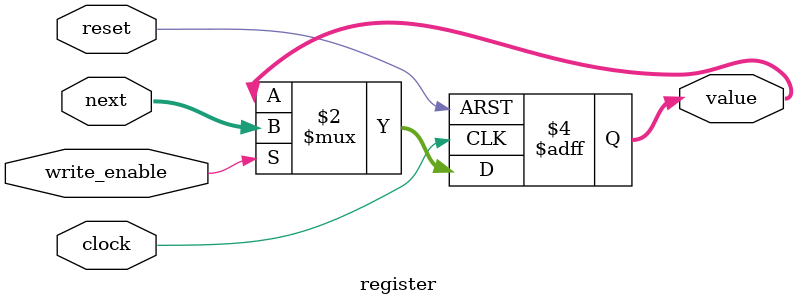
<source format=sv>

`include "config.sv"
`include "constants.sv"

module register #(
    parameter  WIDTH    = 32,
    parameter  INITIAL  = 0
) (
    input  clock,
    input  reset,
    input  write_enable,
    input  [WIDTH-1:0] next,

    output logic [WIDTH-1:0] value
);

   // initial value = INITIAL;

   always_ff @ (posedge clock or posedge reset)
       if (reset) value <= INITIAL;
       else if (write_enable) value <= next;

endmodule

</source>
